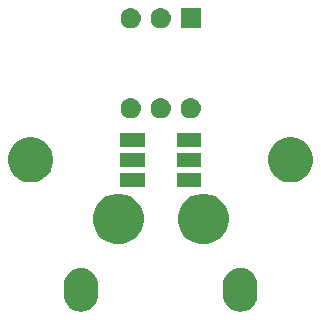
<source format=gbr>
G04 #@! TF.GenerationSoftware,KiCad,Pcbnew,5.0.2-bee76a0~70~ubuntu16.04.1*
G04 #@! TF.CreationDate,2019-11-03T02:02:15+01:00*
G04 #@! TF.ProjectId,lamp,6c616d70-2e6b-4696-9361-645f70636258,rev?*
G04 #@! TF.SameCoordinates,Original*
G04 #@! TF.FileFunction,Soldermask,Bot*
G04 #@! TF.FilePolarity,Negative*
%FSLAX46Y46*%
G04 Gerber Fmt 4.6, Leading zero omitted, Abs format (unit mm)*
G04 Created by KiCad (PCBNEW 5.0.2-bee76a0~70~ubuntu16.04.1) date Sun 03 Nov 2019 02:02:15 AM CET*
%MOMM*%
%LPD*%
G01*
G04 APERTURE LIST*
%ADD10C,0.100000*%
G04 APERTURE END LIST*
D10*
G36*
X88534445Y-104169995D02*
X88716788Y-104225308D01*
X88807960Y-104252965D01*
X89060034Y-104387702D01*
X89280976Y-104569024D01*
X89434728Y-104756371D01*
X89462299Y-104789967D01*
X89525016Y-104907303D01*
X89597035Y-105042039D01*
X89624692Y-105133211D01*
X89680005Y-105315554D01*
X89701000Y-105528724D01*
X89701000Y-106471275D01*
X89680005Y-106684446D01*
X89624692Y-106866789D01*
X89597035Y-106957961D01*
X89525016Y-107092697D01*
X89462299Y-107210033D01*
X89280976Y-107430976D01*
X89060033Y-107612299D01*
X88942697Y-107675016D01*
X88807961Y-107747035D01*
X88716789Y-107774692D01*
X88534446Y-107830005D01*
X88250000Y-107858020D01*
X87965555Y-107830005D01*
X87783212Y-107774692D01*
X87692040Y-107747035D01*
X87557304Y-107675016D01*
X87439968Y-107612299D01*
X87219025Y-107430976D01*
X87037701Y-107210034D01*
X86902965Y-106957961D01*
X86875308Y-106866789D01*
X86819995Y-106684446D01*
X86799000Y-106471276D01*
X86799000Y-105528725D01*
X86819995Y-105315555D01*
X86902965Y-105042041D01*
X86902965Y-105042040D01*
X87037702Y-104789966D01*
X87219024Y-104569024D01*
X87439966Y-104387702D01*
X87439965Y-104387702D01*
X87439967Y-104387701D01*
X87557303Y-104324984D01*
X87692039Y-104252965D01*
X87783211Y-104225308D01*
X87965554Y-104169995D01*
X88250000Y-104141980D01*
X88534445Y-104169995D01*
X88534445Y-104169995D01*
G37*
G36*
X102034445Y-104169995D02*
X102216788Y-104225308D01*
X102307960Y-104252965D01*
X102560034Y-104387702D01*
X102780976Y-104569024D01*
X102934728Y-104756371D01*
X102962299Y-104789967D01*
X103025016Y-104907303D01*
X103097035Y-105042039D01*
X103124692Y-105133211D01*
X103180005Y-105315554D01*
X103201000Y-105528724D01*
X103201000Y-106471275D01*
X103180005Y-106684446D01*
X103124692Y-106866789D01*
X103097035Y-106957961D01*
X103025016Y-107092697D01*
X102962299Y-107210033D01*
X102780976Y-107430976D01*
X102560033Y-107612299D01*
X102442697Y-107675016D01*
X102307961Y-107747035D01*
X102216789Y-107774692D01*
X102034446Y-107830005D01*
X101750000Y-107858020D01*
X101465555Y-107830005D01*
X101283212Y-107774692D01*
X101192040Y-107747035D01*
X101057304Y-107675016D01*
X100939968Y-107612299D01*
X100719025Y-107430976D01*
X100537701Y-107210034D01*
X100402965Y-106957961D01*
X100375308Y-106866789D01*
X100319995Y-106684446D01*
X100299000Y-106471276D01*
X100299000Y-105528725D01*
X100319995Y-105315555D01*
X100402965Y-105042041D01*
X100402965Y-105042040D01*
X100537702Y-104789966D01*
X100719024Y-104569024D01*
X100939966Y-104387702D01*
X100939965Y-104387702D01*
X100939967Y-104387701D01*
X101057303Y-104324984D01*
X101192039Y-104252965D01*
X101283211Y-104225308D01*
X101465554Y-104169995D01*
X101750000Y-104141980D01*
X102034445Y-104169995D01*
X102034445Y-104169995D01*
G37*
G36*
X99227421Y-97931661D02*
X99227423Y-97931662D01*
X99227424Y-97931662D01*
X99618881Y-98093808D01*
X99969594Y-98328147D01*
X99971186Y-98329211D01*
X100270789Y-98628814D01*
X100270791Y-98628817D01*
X100506192Y-98981119D01*
X100668338Y-99372576D01*
X100751000Y-99788145D01*
X100751000Y-100211855D01*
X100668338Y-100627424D01*
X100506192Y-101018881D01*
X100271853Y-101369594D01*
X100270789Y-101371186D01*
X99971186Y-101670789D01*
X99971183Y-101670791D01*
X99618881Y-101906192D01*
X99227424Y-102068338D01*
X99227423Y-102068338D01*
X99227421Y-102068339D01*
X98811856Y-102151000D01*
X98388144Y-102151000D01*
X97972579Y-102068339D01*
X97972577Y-102068338D01*
X97972576Y-102068338D01*
X97581119Y-101906192D01*
X97228817Y-101670791D01*
X97228814Y-101670789D01*
X96929211Y-101371186D01*
X96928147Y-101369594D01*
X96693808Y-101018881D01*
X96531662Y-100627424D01*
X96449000Y-100211855D01*
X96449000Y-99788145D01*
X96531662Y-99372576D01*
X96693808Y-98981119D01*
X96929209Y-98628817D01*
X96929211Y-98628814D01*
X97228814Y-98329211D01*
X97230406Y-98328147D01*
X97581119Y-98093808D01*
X97972576Y-97931662D01*
X97972577Y-97931662D01*
X97972579Y-97931661D01*
X98388144Y-97849000D01*
X98811856Y-97849000D01*
X99227421Y-97931661D01*
X99227421Y-97931661D01*
G37*
G36*
X92027421Y-97931661D02*
X92027423Y-97931662D01*
X92027424Y-97931662D01*
X92418881Y-98093808D01*
X92769594Y-98328147D01*
X92771186Y-98329211D01*
X93070789Y-98628814D01*
X93070791Y-98628817D01*
X93306192Y-98981119D01*
X93468338Y-99372576D01*
X93551000Y-99788145D01*
X93551000Y-100211855D01*
X93468338Y-100627424D01*
X93306192Y-101018881D01*
X93071853Y-101369594D01*
X93070789Y-101371186D01*
X92771186Y-101670789D01*
X92771183Y-101670791D01*
X92418881Y-101906192D01*
X92027424Y-102068338D01*
X92027423Y-102068338D01*
X92027421Y-102068339D01*
X91611856Y-102151000D01*
X91188144Y-102151000D01*
X90772579Y-102068339D01*
X90772577Y-102068338D01*
X90772576Y-102068338D01*
X90381119Y-101906192D01*
X90028817Y-101670791D01*
X90028814Y-101670789D01*
X89729211Y-101371186D01*
X89728147Y-101369594D01*
X89493808Y-101018881D01*
X89331662Y-100627424D01*
X89249000Y-100211855D01*
X89249000Y-99788145D01*
X89331662Y-99372576D01*
X89493808Y-98981119D01*
X89729209Y-98628817D01*
X89729211Y-98628814D01*
X90028814Y-98329211D01*
X90030406Y-98328147D01*
X90381119Y-98093808D01*
X90772576Y-97931662D01*
X90772577Y-97931662D01*
X90772579Y-97931661D01*
X91188144Y-97849000D01*
X91611856Y-97849000D01*
X92027421Y-97931661D01*
X92027421Y-97931661D01*
G37*
G36*
X93651000Y-97301000D02*
X91549000Y-97301000D01*
X91549000Y-96099000D01*
X93651000Y-96099000D01*
X93651000Y-97301000D01*
X93651000Y-97301000D01*
G37*
G36*
X98451000Y-97301000D02*
X96349000Y-97301000D01*
X96349000Y-96099000D01*
X98451000Y-96099000D01*
X98451000Y-97301000D01*
X98451000Y-97301000D01*
G37*
G36*
X106432078Y-93147703D02*
X106554501Y-93172054D01*
X106697802Y-93231411D01*
X106900460Y-93315355D01*
X107211820Y-93523399D01*
X107476601Y-93788180D01*
X107684645Y-94099540D01*
X107827946Y-94445500D01*
X107901000Y-94812766D01*
X107901000Y-95187234D01*
X107827946Y-95554500D01*
X107684645Y-95900460D01*
X107476601Y-96211820D01*
X107211820Y-96476601D01*
X106900460Y-96684645D01*
X106697802Y-96768589D01*
X106554501Y-96827946D01*
X106432078Y-96852297D01*
X106187234Y-96901000D01*
X105812766Y-96901000D01*
X105567922Y-96852297D01*
X105445499Y-96827946D01*
X105302198Y-96768589D01*
X105099540Y-96684645D01*
X104788180Y-96476601D01*
X104523399Y-96211820D01*
X104315355Y-95900460D01*
X104172054Y-95554500D01*
X104099000Y-95187234D01*
X104099000Y-94812766D01*
X104172054Y-94445500D01*
X104315355Y-94099540D01*
X104523399Y-93788180D01*
X104788180Y-93523399D01*
X105099540Y-93315355D01*
X105302198Y-93231411D01*
X105445499Y-93172054D01*
X105567922Y-93147703D01*
X105812766Y-93099000D01*
X106187234Y-93099000D01*
X106432078Y-93147703D01*
X106432078Y-93147703D01*
G37*
G36*
X84432078Y-93147703D02*
X84554501Y-93172054D01*
X84697802Y-93231411D01*
X84900460Y-93315355D01*
X85211820Y-93523399D01*
X85476601Y-93788180D01*
X85684645Y-94099540D01*
X85827946Y-94445500D01*
X85901000Y-94812766D01*
X85901000Y-95187234D01*
X85827946Y-95554500D01*
X85684645Y-95900460D01*
X85476601Y-96211820D01*
X85211820Y-96476601D01*
X84900460Y-96684645D01*
X84697802Y-96768589D01*
X84554501Y-96827946D01*
X84432078Y-96852297D01*
X84187234Y-96901000D01*
X83812766Y-96901000D01*
X83567922Y-96852297D01*
X83445499Y-96827946D01*
X83302198Y-96768589D01*
X83099540Y-96684645D01*
X82788180Y-96476601D01*
X82523399Y-96211820D01*
X82315355Y-95900460D01*
X82172054Y-95554500D01*
X82099000Y-95187234D01*
X82099000Y-94812766D01*
X82172054Y-94445500D01*
X82315355Y-94099540D01*
X82523399Y-93788180D01*
X82788180Y-93523399D01*
X83099540Y-93315355D01*
X83302198Y-93231411D01*
X83445499Y-93172054D01*
X83567922Y-93147703D01*
X83812766Y-93099000D01*
X84187234Y-93099000D01*
X84432078Y-93147703D01*
X84432078Y-93147703D01*
G37*
G36*
X93651000Y-95601000D02*
X91549000Y-95601000D01*
X91549000Y-94399000D01*
X93651000Y-94399000D01*
X93651000Y-95601000D01*
X93651000Y-95601000D01*
G37*
G36*
X98451000Y-95601000D02*
X96349000Y-95601000D01*
X96349000Y-94399000D01*
X98451000Y-94399000D01*
X98451000Y-95601000D01*
X98451000Y-95601000D01*
G37*
G36*
X93651000Y-93901000D02*
X91549000Y-93901000D01*
X91549000Y-92699000D01*
X93651000Y-92699000D01*
X93651000Y-93901000D01*
X93651000Y-93901000D01*
G37*
G36*
X98451000Y-93901000D02*
X96349000Y-93901000D01*
X96349000Y-92699000D01*
X98451000Y-92699000D01*
X98451000Y-93901000D01*
X98451000Y-93901000D01*
G37*
G36*
X92626821Y-89781313D02*
X92626824Y-89781314D01*
X92626825Y-89781314D01*
X92787239Y-89829975D01*
X92787241Y-89829976D01*
X92787244Y-89829977D01*
X92935078Y-89908995D01*
X93064659Y-90015341D01*
X93171005Y-90144922D01*
X93250023Y-90292756D01*
X93298687Y-90453179D01*
X93315117Y-90620000D01*
X93298687Y-90786821D01*
X93250023Y-90947244D01*
X93171005Y-91095078D01*
X93064659Y-91224659D01*
X92935078Y-91331005D01*
X92787244Y-91410023D01*
X92787241Y-91410024D01*
X92787239Y-91410025D01*
X92626825Y-91458686D01*
X92626824Y-91458686D01*
X92626821Y-91458687D01*
X92501804Y-91471000D01*
X92418196Y-91471000D01*
X92293179Y-91458687D01*
X92293176Y-91458686D01*
X92293175Y-91458686D01*
X92132761Y-91410025D01*
X92132759Y-91410024D01*
X92132756Y-91410023D01*
X91984922Y-91331005D01*
X91855341Y-91224659D01*
X91748995Y-91095078D01*
X91669977Y-90947244D01*
X91621313Y-90786821D01*
X91604883Y-90620000D01*
X91621313Y-90453179D01*
X91669977Y-90292756D01*
X91748995Y-90144922D01*
X91855341Y-90015341D01*
X91984922Y-89908995D01*
X92132756Y-89829977D01*
X92132759Y-89829976D01*
X92132761Y-89829975D01*
X92293175Y-89781314D01*
X92293176Y-89781314D01*
X92293179Y-89781313D01*
X92418196Y-89769000D01*
X92501804Y-89769000D01*
X92626821Y-89781313D01*
X92626821Y-89781313D01*
G37*
G36*
X95166821Y-89781313D02*
X95166824Y-89781314D01*
X95166825Y-89781314D01*
X95327239Y-89829975D01*
X95327241Y-89829976D01*
X95327244Y-89829977D01*
X95475078Y-89908995D01*
X95604659Y-90015341D01*
X95711005Y-90144922D01*
X95790023Y-90292756D01*
X95838687Y-90453179D01*
X95855117Y-90620000D01*
X95838687Y-90786821D01*
X95790023Y-90947244D01*
X95711005Y-91095078D01*
X95604659Y-91224659D01*
X95475078Y-91331005D01*
X95327244Y-91410023D01*
X95327241Y-91410024D01*
X95327239Y-91410025D01*
X95166825Y-91458686D01*
X95166824Y-91458686D01*
X95166821Y-91458687D01*
X95041804Y-91471000D01*
X94958196Y-91471000D01*
X94833179Y-91458687D01*
X94833176Y-91458686D01*
X94833175Y-91458686D01*
X94672761Y-91410025D01*
X94672759Y-91410024D01*
X94672756Y-91410023D01*
X94524922Y-91331005D01*
X94395341Y-91224659D01*
X94288995Y-91095078D01*
X94209977Y-90947244D01*
X94161313Y-90786821D01*
X94144883Y-90620000D01*
X94161313Y-90453179D01*
X94209977Y-90292756D01*
X94288995Y-90144922D01*
X94395341Y-90015341D01*
X94524922Y-89908995D01*
X94672756Y-89829977D01*
X94672759Y-89829976D01*
X94672761Y-89829975D01*
X94833175Y-89781314D01*
X94833176Y-89781314D01*
X94833179Y-89781313D01*
X94958196Y-89769000D01*
X95041804Y-89769000D01*
X95166821Y-89781313D01*
X95166821Y-89781313D01*
G37*
G36*
X97706821Y-89781313D02*
X97706824Y-89781314D01*
X97706825Y-89781314D01*
X97867239Y-89829975D01*
X97867241Y-89829976D01*
X97867244Y-89829977D01*
X98015078Y-89908995D01*
X98144659Y-90015341D01*
X98251005Y-90144922D01*
X98330023Y-90292756D01*
X98378687Y-90453179D01*
X98395117Y-90620000D01*
X98378687Y-90786821D01*
X98330023Y-90947244D01*
X98251005Y-91095078D01*
X98144659Y-91224659D01*
X98015078Y-91331005D01*
X97867244Y-91410023D01*
X97867241Y-91410024D01*
X97867239Y-91410025D01*
X97706825Y-91458686D01*
X97706824Y-91458686D01*
X97706821Y-91458687D01*
X97581804Y-91471000D01*
X97498196Y-91471000D01*
X97373179Y-91458687D01*
X97373176Y-91458686D01*
X97373175Y-91458686D01*
X97212761Y-91410025D01*
X97212759Y-91410024D01*
X97212756Y-91410023D01*
X97064922Y-91331005D01*
X96935341Y-91224659D01*
X96828995Y-91095078D01*
X96749977Y-90947244D01*
X96701313Y-90786821D01*
X96684883Y-90620000D01*
X96701313Y-90453179D01*
X96749977Y-90292756D01*
X96828995Y-90144922D01*
X96935341Y-90015341D01*
X97064922Y-89908995D01*
X97212756Y-89829977D01*
X97212759Y-89829976D01*
X97212761Y-89829975D01*
X97373175Y-89781314D01*
X97373176Y-89781314D01*
X97373179Y-89781313D01*
X97498196Y-89769000D01*
X97581804Y-89769000D01*
X97706821Y-89781313D01*
X97706821Y-89781313D01*
G37*
G36*
X92626821Y-82161313D02*
X92626824Y-82161314D01*
X92626825Y-82161314D01*
X92787239Y-82209975D01*
X92787241Y-82209976D01*
X92787244Y-82209977D01*
X92935078Y-82288995D01*
X93064659Y-82395341D01*
X93171005Y-82524922D01*
X93250023Y-82672756D01*
X93298687Y-82833179D01*
X93315117Y-83000000D01*
X93298687Y-83166821D01*
X93250023Y-83327244D01*
X93171005Y-83475078D01*
X93064659Y-83604659D01*
X92935078Y-83711005D01*
X92787244Y-83790023D01*
X92787241Y-83790024D01*
X92787239Y-83790025D01*
X92626825Y-83838686D01*
X92626824Y-83838686D01*
X92626821Y-83838687D01*
X92501804Y-83851000D01*
X92418196Y-83851000D01*
X92293179Y-83838687D01*
X92293176Y-83838686D01*
X92293175Y-83838686D01*
X92132761Y-83790025D01*
X92132759Y-83790024D01*
X92132756Y-83790023D01*
X91984922Y-83711005D01*
X91855341Y-83604659D01*
X91748995Y-83475078D01*
X91669977Y-83327244D01*
X91621313Y-83166821D01*
X91604883Y-83000000D01*
X91621313Y-82833179D01*
X91669977Y-82672756D01*
X91748995Y-82524922D01*
X91855341Y-82395341D01*
X91984922Y-82288995D01*
X92132756Y-82209977D01*
X92132759Y-82209976D01*
X92132761Y-82209975D01*
X92293175Y-82161314D01*
X92293176Y-82161314D01*
X92293179Y-82161313D01*
X92418196Y-82149000D01*
X92501804Y-82149000D01*
X92626821Y-82161313D01*
X92626821Y-82161313D01*
G37*
G36*
X95166821Y-82161313D02*
X95166824Y-82161314D01*
X95166825Y-82161314D01*
X95327239Y-82209975D01*
X95327241Y-82209976D01*
X95327244Y-82209977D01*
X95475078Y-82288995D01*
X95604659Y-82395341D01*
X95711005Y-82524922D01*
X95790023Y-82672756D01*
X95838687Y-82833179D01*
X95855117Y-83000000D01*
X95838687Y-83166821D01*
X95790023Y-83327244D01*
X95711005Y-83475078D01*
X95604659Y-83604659D01*
X95475078Y-83711005D01*
X95327244Y-83790023D01*
X95327241Y-83790024D01*
X95327239Y-83790025D01*
X95166825Y-83838686D01*
X95166824Y-83838686D01*
X95166821Y-83838687D01*
X95041804Y-83851000D01*
X94958196Y-83851000D01*
X94833179Y-83838687D01*
X94833176Y-83838686D01*
X94833175Y-83838686D01*
X94672761Y-83790025D01*
X94672759Y-83790024D01*
X94672756Y-83790023D01*
X94524922Y-83711005D01*
X94395341Y-83604659D01*
X94288995Y-83475078D01*
X94209977Y-83327244D01*
X94161313Y-83166821D01*
X94144883Y-83000000D01*
X94161313Y-82833179D01*
X94209977Y-82672756D01*
X94288995Y-82524922D01*
X94395341Y-82395341D01*
X94524922Y-82288995D01*
X94672756Y-82209977D01*
X94672759Y-82209976D01*
X94672761Y-82209975D01*
X94833175Y-82161314D01*
X94833176Y-82161314D01*
X94833179Y-82161313D01*
X94958196Y-82149000D01*
X95041804Y-82149000D01*
X95166821Y-82161313D01*
X95166821Y-82161313D01*
G37*
G36*
X98391000Y-83851000D02*
X96689000Y-83851000D01*
X96689000Y-82149000D01*
X98391000Y-82149000D01*
X98391000Y-83851000D01*
X98391000Y-83851000D01*
G37*
M02*

</source>
